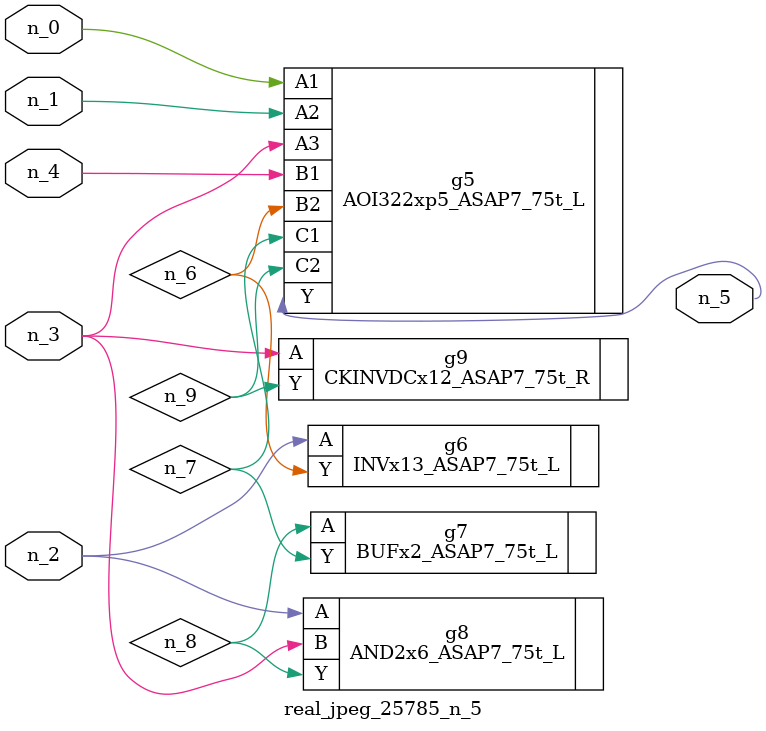
<source format=v>
module real_jpeg_25785_n_5 (n_4, n_0, n_1, n_2, n_3, n_5);

input n_4;
input n_0;
input n_1;
input n_2;
input n_3;

output n_5;

wire n_8;
wire n_6;
wire n_7;
wire n_9;

AOI322xp5_ASAP7_75t_L g5 ( 
.A1(n_0),
.A2(n_1),
.A3(n_3),
.B1(n_4),
.B2(n_6),
.C1(n_7),
.C2(n_9),
.Y(n_5)
);

INVx13_ASAP7_75t_L g6 ( 
.A(n_2),
.Y(n_6)
);

AND2x6_ASAP7_75t_L g8 ( 
.A(n_2),
.B(n_3),
.Y(n_8)
);

CKINVDCx12_ASAP7_75t_R g9 ( 
.A(n_3),
.Y(n_9)
);

BUFx2_ASAP7_75t_L g7 ( 
.A(n_8),
.Y(n_7)
);


endmodule
</source>
